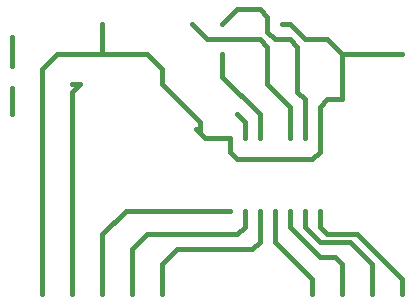
<source format=gbr>
G04 EAGLE Gerber RS-274X export*
G75*
%MOMM*%
%FSLAX34Y34*%
%LPD*%
%INTop Copper*%
%IPPOS*%
%AMOC8*
5,1,8,0,0,1.08239X$1,22.5*%
G01*
%ADD10C,0.406400*%


D10*
X201016Y183134D02*
X222250Y183134D01*
X201016Y183134D02*
X196850Y187300D01*
X114300Y254000D02*
X114300Y279400D01*
X298450Y183134D02*
X298450Y171450D01*
X292100Y165100D02*
X228600Y165100D01*
X222250Y171450D01*
X222250Y183134D01*
X304800Y215900D02*
X317500Y215900D01*
X273050Y279400D02*
X266700Y279400D01*
X273050Y279400D02*
X285750Y266700D01*
X304800Y266700D01*
X317500Y254000D01*
X317500Y215900D01*
X114300Y254000D02*
X76200Y254000D01*
X63500Y241300D01*
X63500Y50920D01*
X63451Y50871D01*
X196850Y187300D02*
X193650Y190500D01*
X152400Y254000D02*
X114300Y254000D01*
X152400Y254000D02*
X165100Y241300D01*
X165100Y228600D01*
X196850Y196850D01*
X196850Y187300D01*
X298450Y209550D02*
X304800Y215900D01*
X298450Y209550D02*
X298450Y183134D01*
X298450Y171450D02*
X292100Y165100D01*
X317500Y254000D02*
X368300Y254000D01*
X95250Y228600D02*
X88900Y228600D01*
X88900Y222250D02*
X95250Y228600D01*
X88900Y222250D02*
X88900Y50920D01*
X88851Y50871D01*
X134366Y121666D02*
X222250Y121666D01*
X134366Y121666D02*
X114300Y101600D01*
X114300Y76320D01*
X114251Y50871D01*
X234950Y107950D02*
X234950Y121666D01*
X234950Y107950D02*
X228600Y101600D01*
X152400Y101600D01*
X139700Y88900D01*
X139700Y76320D01*
X139651Y50871D01*
X247650Y95250D02*
X247650Y121666D01*
X247650Y95250D02*
X241300Y88900D01*
X177800Y88900D01*
X165100Y76200D01*
X165100Y50920D01*
X165051Y50871D01*
X298450Y107950D02*
X298450Y121666D01*
X298450Y107950D02*
X304800Y101600D01*
X330200Y101600D01*
X368300Y63500D01*
X368300Y50920D01*
X368251Y50871D01*
X260350Y95250D02*
X260350Y121666D01*
X260350Y95250D02*
X292051Y63549D01*
X292051Y50871D01*
X317451Y50871D02*
X317451Y57150D01*
X317451Y63549D01*
X273050Y107950D02*
X273050Y121666D01*
X273050Y107950D02*
X298450Y82550D01*
X311150Y82550D01*
X317500Y76200D01*
X317500Y57199D01*
X317451Y57150D01*
X342829Y50871D02*
X342851Y50871D01*
X285750Y107950D02*
X285750Y121666D01*
X285750Y107950D02*
X298450Y95250D01*
X323850Y95250D01*
X342900Y76200D01*
X342900Y50920D01*
X342851Y50871D01*
X38100Y203200D02*
X38100Y225450D01*
X228600Y203200D02*
X234950Y196850D01*
X234950Y183134D01*
X38100Y244450D02*
X38100Y268900D01*
X273050Y196850D02*
X273050Y183134D01*
X254000Y260350D02*
X247650Y266700D01*
X203200Y266700D01*
X190500Y279400D01*
X254000Y260350D02*
X254000Y228600D01*
X273050Y209550D01*
X273050Y183134D01*
X215900Y279400D02*
X228600Y292100D01*
X254000Y273050D02*
X260350Y266700D01*
X279400Y222250D02*
X285750Y215900D01*
X285750Y183134D01*
X273050Y266700D02*
X260350Y266700D01*
X273050Y266700D02*
X279400Y260350D01*
X279400Y222250D01*
X247650Y292100D02*
X228600Y292100D01*
X247650Y292100D02*
X254000Y285750D01*
X254000Y273050D01*
X215900Y254000D02*
X215900Y234950D01*
X247650Y203200D01*
X247650Y183134D01*
M02*

</source>
